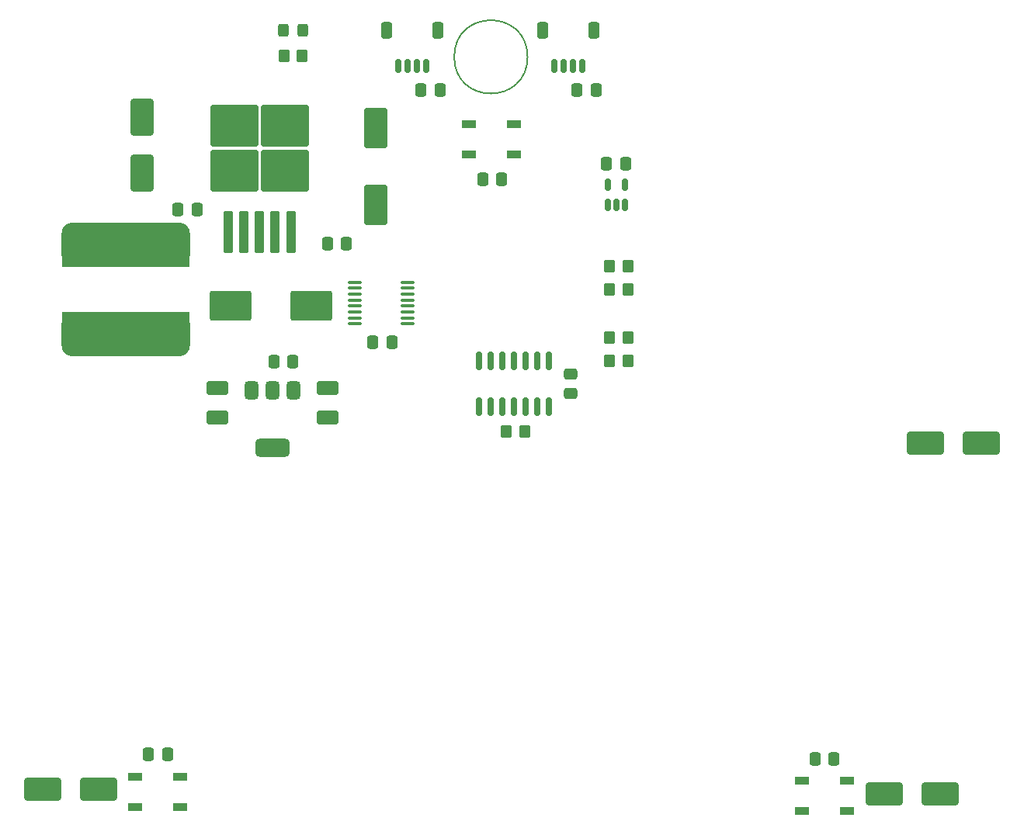
<source format=gtp>
G04 #@! TF.GenerationSoftware,KiCad,Pcbnew,8.0.5*
G04 #@! TF.CreationDate,2024-10-05T13:16:41+02:00*
G04 #@! TF.ProjectId,valiant-turtle-2,76616c69-616e-4742-9d74-7572746c652d,rev?*
G04 #@! TF.SameCoordinates,Original*
G04 #@! TF.FileFunction,Paste,Top*
G04 #@! TF.FilePolarity,Positive*
%FSLAX46Y46*%
G04 Gerber Fmt 4.6, Leading zero omitted, Abs format (unit mm)*
G04 Created by KiCad (PCBNEW 8.0.5) date 2024-10-05 13:16:41*
%MOMM*%
%LPD*%
G01*
G04 APERTURE LIST*
G04 Aperture macros list*
%AMRoundRect*
0 Rectangle with rounded corners*
0 $1 Rounding radius*
0 $2 $3 $4 $5 $6 $7 $8 $9 X,Y pos of 4 corners*
0 Add a 4 corners polygon primitive as box body*
4,1,4,$2,$3,$4,$5,$6,$7,$8,$9,$2,$3,0*
0 Add four circle primitives for the rounded corners*
1,1,$1+$1,$2,$3*
1,1,$1+$1,$4,$5*
1,1,$1+$1,$6,$7*
1,1,$1+$1,$8,$9*
0 Add four rect primitives between the rounded corners*
20,1,$1+$1,$2,$3,$4,$5,0*
20,1,$1+$1,$4,$5,$6,$7,0*
20,1,$1+$1,$6,$7,$8,$9,0*
20,1,$1+$1,$8,$9,$2,$3,0*%
G04 Aperture macros list end*
%ADD10C,0.150000*%
%ADD11RoundRect,0.250000X-0.350000X-0.450000X0.350000X-0.450000X0.350000X0.450000X-0.350000X0.450000X0*%
%ADD12R,1.500000X0.900000*%
%ADD13RoundRect,1.187500X5.812500X1.187500X-5.812500X1.187500X-5.812500X-1.187500X5.812500X-1.187500X0*%
%ADD14R,14.000000X2.000000*%
%ADD15RoundRect,0.250000X-0.337500X-0.475000X0.337500X-0.475000X0.337500X0.475000X-0.337500X0.475000X0*%
%ADD16RoundRect,0.250001X0.924999X-0.499999X0.924999X0.499999X-0.924999X0.499999X-0.924999X-0.499999X0*%
%ADD17RoundRect,0.150000X0.150000X0.625000X-0.150000X0.625000X-0.150000X-0.625000X0.150000X-0.625000X0*%
%ADD18RoundRect,0.250000X0.350000X0.650000X-0.350000X0.650000X-0.350000X-0.650000X0.350000X-0.650000X0*%
%ADD19RoundRect,0.250000X1.000000X-1.950000X1.000000X1.950000X-1.000000X1.950000X-1.000000X-1.950000X0*%
%ADD20RoundRect,0.250000X0.300000X-2.050000X0.300000X2.050000X-0.300000X2.050000X-0.300000X-2.050000X0*%
%ADD21RoundRect,0.250000X2.375000X-2.025000X2.375000X2.025000X-2.375000X2.025000X-2.375000X-2.025000X0*%
%ADD22RoundRect,0.250000X0.350000X0.450000X-0.350000X0.450000X-0.350000X-0.450000X0.350000X-0.450000X0*%
%ADD23RoundRect,0.250000X1.750000X1.000000X-1.750000X1.000000X-1.750000X-1.000000X1.750000X-1.000000X0*%
%ADD24RoundRect,0.375000X-0.375000X0.625000X-0.375000X-0.625000X0.375000X-0.625000X0.375000X0.625000X0*%
%ADD25RoundRect,0.500000X-1.400000X0.500000X-1.400000X-0.500000X1.400000X-0.500000X1.400000X0.500000X0*%
%ADD26RoundRect,0.250000X1.000000X-1.750000X1.000000X1.750000X-1.000000X1.750000X-1.000000X-1.750000X0*%
%ADD27RoundRect,0.150000X-0.150000X0.825000X-0.150000X-0.825000X0.150000X-0.825000X0.150000X0.825000X0*%
%ADD28RoundRect,0.250000X0.337500X0.475000X-0.337500X0.475000X-0.337500X-0.475000X0.337500X-0.475000X0*%
%ADD29RoundRect,0.150000X0.150000X-0.512500X0.150000X0.512500X-0.150000X0.512500X-0.150000X-0.512500X0*%
%ADD30RoundRect,0.100000X-0.637500X-0.100000X0.637500X-0.100000X0.637500X0.100000X-0.637500X0.100000X0*%
%ADD31RoundRect,0.250000X0.475000X-0.337500X0.475000X0.337500X-0.475000X0.337500X-0.475000X-0.337500X0*%
%ADD32RoundRect,0.250000X2.000000X-1.400000X2.000000X1.400000X-2.000000X1.400000X-2.000000X-1.400000X0*%
%ADD33RoundRect,0.250000X-0.325000X-0.450000X0.325000X-0.450000X0.325000X0.450000X-0.325000X0.450000X0*%
G04 APERTURE END LIST*
D10*
X129075000Y-52875000D02*
G75*
G02*
X121075000Y-52875000I-4000000J0D01*
G01*
X121075000Y-52875000D02*
G75*
G02*
X129075000Y-52875000I4000000J0D01*
G01*
D11*
X138000000Y-75750000D03*
X140000000Y-75750000D03*
D12*
X159012500Y-131850000D03*
X159012500Y-135150000D03*
X163912500Y-135150000D03*
X163912500Y-131850000D03*
D13*
X85250000Y-83125000D03*
D14*
X85250000Y-81750000D03*
X85250000Y-74750000D03*
D13*
X85250000Y-73375000D03*
D15*
X117462500Y-56500000D03*
X119537500Y-56500000D03*
D11*
X138000000Y-83500000D03*
X140000000Y-83500000D03*
D16*
X95250000Y-92250000D03*
X95250000Y-89000000D03*
D17*
X118000000Y-53875000D03*
X117000000Y-53875000D03*
X116000000Y-53875000D03*
X115000000Y-53875000D03*
D18*
X119300000Y-50000000D03*
X113700000Y-50000000D03*
D15*
X90962500Y-69500000D03*
X93037500Y-69500000D03*
D19*
X112500000Y-69000000D03*
X112500000Y-60600000D03*
D15*
X101425000Y-86125000D03*
X103500000Y-86125000D03*
D20*
X96450000Y-72000000D03*
X98150000Y-72000000D03*
X99850000Y-72000000D03*
D21*
X97075000Y-65275000D03*
X102625000Y-65275000D03*
X97075000Y-60425000D03*
X102625000Y-60425000D03*
D20*
X101550000Y-72000000D03*
X103250000Y-72000000D03*
D12*
X122712500Y-60200000D03*
X122712500Y-63500000D03*
X127612500Y-63500000D03*
X127612500Y-60200000D03*
D22*
X128750000Y-93750000D03*
X126750000Y-93750000D03*
D23*
X174050000Y-133250000D03*
X167950000Y-133250000D03*
D24*
X103550000Y-89225000D03*
X101250000Y-89225000D03*
D25*
X101250000Y-95525000D03*
D24*
X98950000Y-89225000D03*
D22*
X140000000Y-78250000D03*
X138000000Y-78250000D03*
D26*
X87000000Y-65550000D03*
X87000000Y-59450000D03*
D23*
X82300000Y-132750000D03*
X76200000Y-132750000D03*
D27*
X131370000Y-86050000D03*
X130100000Y-86050000D03*
X128830000Y-86050000D03*
X127560000Y-86050000D03*
X126290000Y-86050000D03*
X125020000Y-86050000D03*
X123750000Y-86050000D03*
X123750000Y-91000000D03*
X125020000Y-91000000D03*
X126290000Y-91000000D03*
X127560000Y-91000000D03*
X128830000Y-91000000D03*
X130100000Y-91000000D03*
X131370000Y-91000000D03*
D23*
X178550000Y-95000000D03*
X172450000Y-95000000D03*
D28*
X139750000Y-64500000D03*
X137675000Y-64500000D03*
D15*
X124175000Y-66250000D03*
X126250000Y-66250000D03*
X134462500Y-56500000D03*
X136537500Y-56500000D03*
X87712500Y-129000000D03*
X89787500Y-129000000D03*
D11*
X138000000Y-86000000D03*
X140000000Y-86000000D03*
D12*
X86312500Y-131450000D03*
X86312500Y-134750000D03*
X91212500Y-134750000D03*
X91212500Y-131450000D03*
D29*
X137800000Y-69055000D03*
X138750000Y-69055000D03*
X139700000Y-69055000D03*
X139700000Y-66780000D03*
X137800000Y-66780000D03*
D30*
X110275000Y-77450000D03*
X110275000Y-78100000D03*
X110275000Y-78750000D03*
X110275000Y-79400000D03*
X110275000Y-80050000D03*
X110275000Y-80700000D03*
X110275000Y-81350000D03*
X110275000Y-82000000D03*
X116000000Y-82000000D03*
X116000000Y-81350000D03*
X116000000Y-80700000D03*
X116000000Y-80050000D03*
X116000000Y-79400000D03*
X116000000Y-78750000D03*
X116000000Y-78100000D03*
X116000000Y-77450000D03*
D11*
X102500000Y-52750000D03*
X104500000Y-52750000D03*
D31*
X133750000Y-89587500D03*
X133750000Y-87512500D03*
D28*
X109325000Y-73250000D03*
X107250000Y-73250000D03*
D15*
X160425000Y-129500000D03*
X162500000Y-129500000D03*
D16*
X107250000Y-92250000D03*
X107250000Y-89000000D03*
D17*
X135000000Y-53875000D03*
X134000000Y-53875000D03*
X133000000Y-53875000D03*
X132000000Y-53875000D03*
D18*
X136300000Y-50000000D03*
X130700000Y-50000000D03*
D32*
X96700000Y-80000000D03*
X105500000Y-80000000D03*
D28*
X114287500Y-84000000D03*
X112212500Y-84000000D03*
D33*
X102475000Y-50000000D03*
X104525000Y-50000000D03*
M02*

</source>
